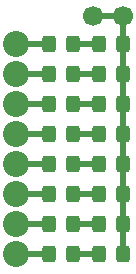
<source format=gbr>
%TF.GenerationSoftware,KiCad,Pcbnew,7.0.7-7.0.7~ubuntu22.04.1*%
%TF.CreationDate,2024-01-20T09:28:12-05:00*%
%TF.ProjectId,das_blinkenlights_v2,6461735f-626c-4696-9e6b-656e6c696768,rev?*%
%TF.SameCoordinates,Original*%
%TF.FileFunction,Copper,L1,Top*%
%TF.FilePolarity,Positive*%
%FSLAX46Y46*%
G04 Gerber Fmt 4.6, Leading zero omitted, Abs format (unit mm)*
G04 Created by KiCad (PCBNEW 7.0.7-7.0.7~ubuntu22.04.1) date 2024-01-20 09:28:12*
%MOMM*%
%LPD*%
G01*
G04 APERTURE LIST*
G04 Aperture macros list*
%AMRoundRect*
0 Rectangle with rounded corners*
0 $1 Rounding radius*
0 $2 $3 $4 $5 $6 $7 $8 $9 X,Y pos of 4 corners*
0 Add a 4 corners polygon primitive as box body*
4,1,4,$2,$3,$4,$5,$6,$7,$8,$9,$2,$3,0*
0 Add four circle primitives for the rounded corners*
1,1,$1+$1,$2,$3*
1,1,$1+$1,$4,$5*
1,1,$1+$1,$6,$7*
1,1,$1+$1,$8,$9*
0 Add four rect primitives between the rounded corners*
20,1,$1+$1,$2,$3,$4,$5,0*
20,1,$1+$1,$4,$5,$6,$7,0*
20,1,$1+$1,$6,$7,$8,$9,0*
20,1,$1+$1,$8,$9,$2,$3,0*%
G04 Aperture macros list end*
%TA.AperFunction,SMDPad,CuDef*%
%ADD10RoundRect,0.250000X-0.325000X-0.450000X0.325000X-0.450000X0.325000X0.450000X-0.325000X0.450000X0*%
%TD*%
%TA.AperFunction,ComponentPad*%
%ADD11C,1.700000*%
%TD*%
%TA.AperFunction,ComponentPad*%
%ADD12C,2.200000*%
%TD*%
%TA.AperFunction,SMDPad,CuDef*%
%ADD13RoundRect,0.250000X0.325000X0.450000X-0.325000X0.450000X-0.325000X-0.450000X0.325000X-0.450000X0*%
%TD*%
%TA.AperFunction,Conductor*%
%ADD14C,0.500000*%
%TD*%
G04 APERTURE END LIST*
D10*
%TO.P,R8,1*%
%TO.N,Net-(D8-K)*%
X136525000Y-116840000D03*
%TO.P,R8,2*%
%TO.N,GND*%
X138575000Y-116840000D03*
%TD*%
%TO.P,R7,1*%
%TO.N,Net-(D7-K)*%
X136525000Y-114300000D03*
%TO.P,R7,2*%
%TO.N,GND*%
X138575000Y-114300000D03*
%TD*%
%TO.P,R6,1*%
%TO.N,Net-(D6-K)*%
X136525000Y-111760000D03*
%TO.P,R6,2*%
%TO.N,GND*%
X138575000Y-111760000D03*
%TD*%
%TO.P,R5,1*%
%TO.N,Net-(D5-K)*%
X136525000Y-109220000D03*
%TO.P,R5,2*%
%TO.N,GND*%
X138575000Y-109220000D03*
%TD*%
%TO.P,R4,1*%
%TO.N,Net-(D4-K)*%
X136525000Y-106680000D03*
%TO.P,R4,2*%
%TO.N,GND*%
X138575000Y-106680000D03*
%TD*%
%TO.P,R3,1*%
%TO.N,Net-(D3-K)*%
X136525000Y-104140000D03*
%TO.P,R3,2*%
%TO.N,GND*%
X138575000Y-104140000D03*
%TD*%
%TO.P,R2,1*%
%TO.N,Net-(D2-K)*%
X136525000Y-101600000D03*
%TO.P,R2,2*%
%TO.N,GND*%
X138575000Y-101600000D03*
%TD*%
%TO.P,R1,1*%
%TO.N,Net-(D1-K)*%
X136525000Y-99060000D03*
%TO.P,R1,2*%
%TO.N,GND*%
X138575000Y-99060000D03*
%TD*%
D11*
%TO.P,J2,1*%
%TO.N,GND*%
X136017000Y-96647000D03*
%TO.P,J2,2*%
X138557000Y-96647000D03*
%TD*%
D12*
%TO.P,J1,1,1*%
%TO.N,/P1*%
X129540000Y-99060000D03*
%TO.P,J1,2,2*%
%TO.N,/P2*%
X129540000Y-101600000D03*
%TO.P,J1,3,3*%
%TO.N,/P3*%
X129540000Y-104140000D03*
%TO.P,J1,4,4*%
%TO.N,/P4*%
X129540000Y-106680000D03*
%TO.P,J1,5,5*%
%TO.N,/P5*%
X129540000Y-109220000D03*
%TO.P,J1,6,6*%
%TO.N,/P6*%
X129540000Y-111760000D03*
%TO.P,J1,7,7*%
%TO.N,/P7*%
X129540000Y-114300000D03*
%TO.P,J1,8,8*%
%TO.N,/P8*%
X129540000Y-116840000D03*
%TD*%
D13*
%TO.P,D8,1,K*%
%TO.N,Net-(D8-K)*%
X134366000Y-116840000D03*
%TO.P,D8,2,A*%
%TO.N,/P8*%
X132316000Y-116840000D03*
%TD*%
%TO.P,D7,1,K*%
%TO.N,Net-(D7-K)*%
X134366000Y-114300000D03*
%TO.P,D7,2,A*%
%TO.N,/P7*%
X132316000Y-114300000D03*
%TD*%
%TO.P,D6,1,K*%
%TO.N,Net-(D6-K)*%
X134366000Y-111760000D03*
%TO.P,D6,2,A*%
%TO.N,/P6*%
X132316000Y-111760000D03*
%TD*%
%TO.P,D5,1,K*%
%TO.N,Net-(D5-K)*%
X134366000Y-109220000D03*
%TO.P,D5,2,A*%
%TO.N,/P5*%
X132316000Y-109220000D03*
%TD*%
%TO.P,D4,1,K*%
%TO.N,Net-(D4-K)*%
X134366000Y-106680000D03*
%TO.P,D4,2,A*%
%TO.N,/P4*%
X132316000Y-106680000D03*
%TD*%
%TO.P,D3,1,K*%
%TO.N,Net-(D3-K)*%
X134384000Y-104140000D03*
%TO.P,D3,2,A*%
%TO.N,/P3*%
X132334000Y-104140000D03*
%TD*%
%TO.P,D2,1,K*%
%TO.N,Net-(D2-K)*%
X134384000Y-101600000D03*
%TO.P,D2,2,A*%
%TO.N,/P2*%
X132334000Y-101600000D03*
%TD*%
%TO.P,D1,1,K*%
%TO.N,Net-(D1-K)*%
X134384000Y-99060000D03*
%TO.P,D1,2,A*%
%TO.N,/P1*%
X132334000Y-99060000D03*
%TD*%
D14*
%TO.N,GND*%
X138557000Y-96647000D02*
X136017000Y-96647000D01*
X138575000Y-99060000D02*
X138575000Y-96665000D01*
X138575000Y-96665000D02*
X138557000Y-96647000D01*
X138575000Y-101600000D02*
X138575000Y-99060000D01*
X138575000Y-104140000D02*
X138575000Y-101600000D01*
X138575000Y-106680000D02*
X138575000Y-104140000D01*
X138575000Y-109220000D02*
X138575000Y-106680000D01*
X138575000Y-111760000D02*
X138575000Y-109220000D01*
X138575000Y-114300000D02*
X138575000Y-111760000D01*
X138575000Y-116840000D02*
X138575000Y-114300000D01*
%TO.N,Net-(D8-K)*%
X134366000Y-116840000D02*
X136525000Y-116840000D01*
%TO.N,/P8*%
X129540000Y-116840000D02*
X132316000Y-116840000D01*
%TO.N,Net-(D7-K)*%
X134366000Y-114300000D02*
X136525000Y-114300000D01*
%TO.N,/P7*%
X129540000Y-114300000D02*
X132316000Y-114300000D01*
%TO.N,Net-(D6-K)*%
X134366000Y-111760000D02*
X136525000Y-111760000D01*
%TO.N,/P6*%
X129540000Y-111760000D02*
X132316000Y-111760000D01*
%TO.N,Net-(D5-K)*%
X134366000Y-109220000D02*
X136525000Y-109220000D01*
%TO.N,/P5*%
X129540000Y-109220000D02*
X132316000Y-109220000D01*
%TO.N,Net-(D4-K)*%
X134366000Y-106680000D02*
X136525000Y-106680000D01*
%TO.N,/P4*%
X129540000Y-106680000D02*
X132316000Y-106680000D01*
%TO.N,Net-(D3-K)*%
X134384000Y-104140000D02*
X136525000Y-104140000D01*
%TO.N,/P3*%
X129540000Y-104140000D02*
X132334000Y-104140000D01*
%TO.N,Net-(D2-K)*%
X134384000Y-101600000D02*
X136525000Y-101600000D01*
%TO.N,/P2*%
X129540000Y-101600000D02*
X132334000Y-101600000D01*
%TO.N,Net-(D1-K)*%
X134384000Y-99060000D02*
X136525000Y-99060000D01*
%TO.N,/P1*%
X129540000Y-99060000D02*
X132334000Y-99060000D01*
%TD*%
M02*

</source>
